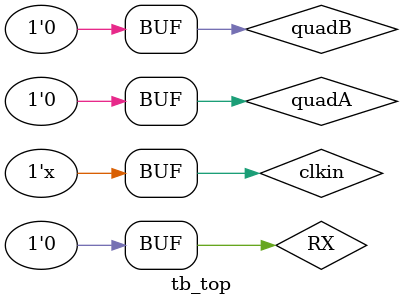
<source format=v>
`timescale 1ns / 1ps

module tb_top();

reg clkin;
reg RX;
wire TX;
wire vga_h_sync, vga_v_sync, vga_R, vga_G, vga_B;
reg quadA, quadB;
wire [3:0] led;

    pong UUT (.clkin(clkin), 
    .vga_h_sync(vga_h_sync), 
    .vga_v_sync(vga_v_sync), 
    .vga_R(vga_R), 
    .vga_G(vga_G), 
    .vga_B(vga_B), 
    .quadA(quadA), 
    .quadB(quadB), 
    .RX(RX), 
    .TX(TX), 
    .led(led));

initial begin
    clkin = 0;
    RX = 0;
    quadA = 0;
    quadB = 0;
    
    #10000000
    $display("test complete");
end

  always 
#5  clkin =  ! clkin; 

endmodule
</source>
